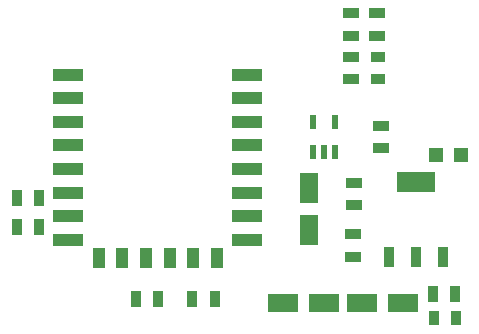
<source format=gbr>
G04*
G04 #@! TF.GenerationSoftware,Altium Limited,Altium Designer,24.1.2 (44)*
G04*
G04 Layer_Color=8421504*
%FSLAX25Y25*%
%MOIN*%
G70*
G04*
G04 #@! TF.SameCoordinates,539E6247-A82E-4B89-B4FB-6AA9409DBF92*
G04*
G04*
G04 #@! TF.FilePolarity,Positive*
G04*
G01*
G75*
%ADD16R,0.09843X0.03937*%
%ADD17R,0.03937X0.07087*%
%ADD18R,0.03543X0.05709*%
%ADD19R,0.03740X0.06890*%
%ADD20R,0.12598X0.06890*%
%ADD21R,0.02200X0.05000*%
%ADD22R,0.09843X0.06299*%
%ADD23R,0.06299X0.09843*%
%ADD24R,0.05709X0.03543*%
%ADD25R,0.03543X0.05118*%
%ADD26R,0.04724X0.04724*%
%ADD27R,0.05118X0.03543*%
D16*
X208421Y227280D02*
D03*
Y219406D02*
D03*
Y211532D02*
D03*
Y203657D02*
D03*
Y195783D02*
D03*
Y187909D02*
D03*
Y180035D02*
D03*
Y172161D02*
D03*
X148579D02*
D03*
Y180035D02*
D03*
Y187909D02*
D03*
Y195783D02*
D03*
Y203657D02*
D03*
Y211532D02*
D03*
Y219406D02*
D03*
Y227280D02*
D03*
D17*
X198185Y166256D02*
D03*
X190311D02*
D03*
X182437D02*
D03*
X174563D02*
D03*
X166689D02*
D03*
X158815D02*
D03*
D18*
X131500Y186000D02*
D03*
X138980D02*
D03*
Y176500D02*
D03*
X131500D02*
D03*
X171260Y152500D02*
D03*
X178740D02*
D03*
X190000D02*
D03*
X197480D02*
D03*
X270260Y154000D02*
D03*
X277740D02*
D03*
D19*
X255445Y166598D02*
D03*
X264500D02*
D03*
X273555D02*
D03*
D20*
X264500Y191402D02*
D03*
D21*
X230300Y201400D02*
D03*
X234000D02*
D03*
X237700D02*
D03*
Y211600D02*
D03*
X230300D02*
D03*
D22*
X246610Y151000D02*
D03*
X260390D02*
D03*
X234000D02*
D03*
X220220D02*
D03*
D23*
X229000Y189390D02*
D03*
Y175610D02*
D03*
D24*
X244000Y183760D02*
D03*
Y191240D02*
D03*
X243500Y166500D02*
D03*
Y173980D02*
D03*
X253000Y210240D02*
D03*
Y202760D02*
D03*
X243000Y225760D02*
D03*
Y233240D02*
D03*
X251711Y240260D02*
D03*
Y247740D02*
D03*
X243000D02*
D03*
Y240260D02*
D03*
D25*
X270500Y146000D02*
D03*
X277980D02*
D03*
D26*
X279500Y200500D02*
D03*
X271232D02*
D03*
D27*
X252000Y233240D02*
D03*
Y225760D02*
D03*
M02*

</source>
